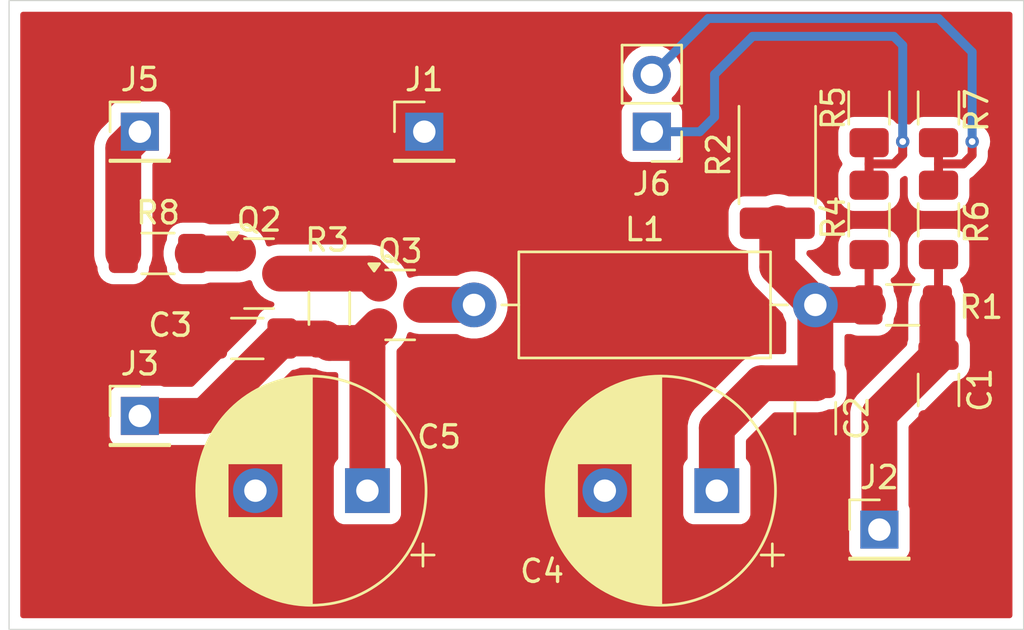
<source format=kicad_pcb>
(kicad_pcb (version 20240108) (generator "pcbnew") (generator_version "8.0")
  (layers (0 "F.Cu" signal) (31 "B.Cu" signal) (34 "B.Paste" user) (35 "F.Paste" user) (36 "B.SilkS" user "B.Silkscreen") (37 "F.SilkS" user "F.Silkscreen") (38 "B.Mask" user) (39 "F.Mask" user) (44 "Edge.Cuts" user))
  (net 0 "")
  (net 1 "Net-(Q2-C)")
  (net 2 "Net-(Q2-B)")
  (net 3 "Net-(C2-Pad1)")
  (net 4 "Net-(Q3-D)")
  (net 5 "Net-(J1-Pin_1)")
  (net 6 "Net-(J2-Pin_1)")
  (net 7 "Net-(J3-Pin_1)")
  (net 8 "Net-(J5-Pin_1)")
  (net 9 "Net-(J6-Pin_2)")
  (net 10 "Net-(J6-Pin_1)")
  (footprint "Resistor_SMD:R_1206_3216Metric_Pad1.30x1.75mm_HandSolder" (layer "F.Cu") (at 149.4 110.7 90)
    (property "Reference" "R5" (at 0 -1.6 90) (layer "F.SilkS"))
    (property "Value" "33k")
    (pad "1" smd roundrect (at -1.55 0 90) (size 1.3 1.75) (layers "F.Cu" "F.Paste" "F.Mask") (roundrect_rratio 0.192308) (net 10 "Net-(J6-Pin_1)"))
    (pad "2" smd roundrect (at 1.55 0 90) (size 1.3 1.75) (layers "F.Cu" "F.Paste" "F.Mask") (roundrect_rratio 0.192308) (net 5 "Net-(J1-Pin_1)"))
  )
  (footprint "Resistor_SMD:R_1206_3216Metric_Pad1.30x1.75mm_HandSolder" (layer "F.Cu") (at 125.3 119.65 90)
    (property "Reference" "R3" (at 3.05 -0.1 180) (layer "F.SilkS"))
    (property "Value" "820")
    (pad "1" smd roundrect (at -1.55 0 90) (size 1.3 1.75) (layers "F.Cu" "F.Paste" "F.Mask") (roundrect_rratio 0.192308) (net 7 "Net-(J3-Pin_1)"))
    (pad "2" smd roundrect (at 1.55 0 90) (size 1.3 1.75) (layers "F.Cu" "F.Paste" "F.Mask") (roundrect_rratio 0.192308) (net 1 "Net-(Q2-C)"))
  )
  (footprint "Package_TO_SOT_SMD:SOT-23" (layer "F.Cu") (at 122.1625 118.1)
    (property "Reference" "Q2" (at 0 -2.4 0) (layer "F.SilkS"))
    (property "Value" "PMBT2222A")
    (pad "1" smd roundrect (at -0.9375 -0.95) (size 1.475 0.6) (layers "F.Cu" "F.Paste" "F.Mask") (net 2 "Net-(Q2-B)"))
    (pad "2" smd roundrect (at -0.9375 0.95) (size 1.475 0.6) (layers "F.Cu" "F.Paste" "F.Mask") (net 5 "Net-(J1-Pin_1)"))
    (pad "3" smd roundrect (at 0.9375 0) (size 1.475 0.6) (layers "F.Cu" "F.Paste" "F.Mask") (net 1 "Net-(Q2-C)"))
  )
  (footprint "Capacitor_SMD:C_1206_3216Metric_Pad1.33x1.80mm_HandSolder" (layer "F.Cu") (at 147 124.5625 -90)
    (property "Reference" "C2" (at 0 -1.85 90) (layer "F.SilkS"))
    (property "Value" "0.1µF")
    (pad "1" smd roundrect (at -1.5625 0 270) (size 1.325 1.8) (layers "F.Cu" "F.Paste" "F.Mask") (roundrect_rratio 0.188679) (net 3 "Net-(C2-Pad1)"))
    (pad "2" smd roundrect (at 1.5625 0 270) (size 1.325 1.8) (layers "F.Cu" "F.Paste" "F.Mask") (roundrect_rratio 0.188679) (net 5 "Net-(J1-Pin_1)"))
  )
  (footprint "Resistor_SMD:R_1206_3216Metric_Pad1.30x1.75mm_HandSolder" (layer "F.Cu") (at 150.9 119.5)
    (property "Reference" "R1" (at 3.5 0.1 0) (layer "F.SilkS"))
    (property "Value" "1")
    (pad "1" smd roundrect (at -1.55 0) (size 1.3 1.75) (layers "F.Cu" "F.Paste" "F.Mask") (roundrect_rratio 0.192308) (net 3 "Net-(C2-Pad1)"))
    (pad "2" smd roundrect (at 1.55 0) (size 1.3 1.75) (layers "F.Cu" "F.Paste" "F.Mask") (roundrect_rratio 0.192308) (net 6 "Net-(J2-Pin_1)"))
  )
  (footprint "Resistor_SMD:R_1206_3216Metric_Pad1.30x1.75mm_HandSolder" (layer "F.Cu") (at 152.5 115.7 90)
    (property "Reference" "R6" (at -0.1 1.7 90) (layer "F.SilkS"))
    (property "Value" "36k")
    (pad "1" smd roundrect (at -1.55 0 90) (size 1.3 1.75) (layers "F.Cu" "F.Paste" "F.Mask") (roundrect_rratio 0.192308) (net 6 "Net-(J2-Pin_1)"))
    (pad "2" smd roundrect (at 1.55 0 90) (size 1.3 1.75) (layers "F.Cu" "F.Paste" "F.Mask") (roundrect_rratio 0.192308) (net 9 "Net-(J6-Pin_2)"))
  )
  (footprint "Connector_PinHeader_2.54mm:PinHeader_1x01_P2.54mm_Vertical" (layer "F.Cu") (at 149.86 129.54)
    (property "Reference" "J2" (at 0 -2.33 0) (layer "F.SilkS"))
    (property "Value" "Conn_01x01_Pin")
    (pad "1" thru_hole rect (at 0 0) (size 1.7 1.7) (drill 1) (layers "*.Cu" "*.Mask") (net 6 "Net-(J2-Pin_1)"))
  )
  (footprint "Connector_PinHeader_2.54mm:PinHeader_1x01_P2.54mm_Vertical" (layer "F.Cu") (at 116.84 124.46)
    (property "Reference" "J3" (at 0 -2.33 0) (layer "F.SilkS"))
    (property "Value" "Conn_01x01_Pin")
    (pad "1" thru_hole rect (at 0 0) (size 1.7 1.7) (drill 1) (layers "*.Cu" "*.Mask") (net 7 "Net-(J3-Pin_1)"))
  )
  (footprint "Capacitor_THT:CP_Radial_D10.0mm_P5.00mm" (layer "F.Cu") (at 142.6 127.8 180)
    (property "Reference" "C4" (at 7.8 -3.6 180) (layer "F.SilkS"))
    (property "Value" "100µF")
    (pad "1" thru_hole rect (at 0 0 180) (size 2 2) (drill 1) (layers "*.Cu" "*.Mask") (net 3 "Net-(C2-Pad1)"))
    (pad "2" thru_hole circle (at 5 0 180) (size 2 2) (drill 1) (layers "*.Cu" "*.Mask") (net 5 "Net-(J1-Pin_1)"))
  )
  (footprint "Resistor_SMD:R_1206_3216Metric_Pad1.30x1.75mm_HandSolder" (layer "F.Cu") (at 149.4 115.7 90)
    (property "Reference" "R4" (at 0.1 -1.6 90) (layer "F.SilkS"))
    (property "Value" "18k")
    (pad "1" smd roundrect (at -1.55 0 90) (size 1.3 1.75) (layers "F.Cu" "F.Paste" "F.Mask") (roundrect_rratio 0.192308) (net 3 "Net-(C2-Pad1)"))
    (pad "2" smd roundrect (at 1.55 0 90) (size 1.3 1.75) (layers "F.Cu" "F.Paste" "F.Mask") (roundrect_rratio 0.192308) (net 10 "Net-(J6-Pin_1)"))
  )
  (footprint "Capacitor_SMD:C_1206_3216Metric_Pad1.33x1.80mm_HandSolder" (layer "F.Cu") (at 121.6375 121)
    (property "Reference" "C3" (at -3.4375 -0.6 0) (layer "F.SilkS"))
    (property "Value" "0.1µF")
    (pad "1" smd roundrect (at -1.5625 0) (size 1.325 1.8) (layers "F.Cu" "F.Paste" "F.Mask") (roundrect_rratio 0.188679) (net 5 "Net-(J1-Pin_1)"))
    (pad "2" smd roundrect (at 1.5625 0) (size 1.325 1.8) (layers "F.Cu" "F.Paste" "F.Mask") (roundrect_rratio 0.188679) (net 7 "Net-(J3-Pin_1)"))
  )
  (footprint "Package_TO_SOT_SMD:SOT-23" (layer "F.Cu") (at 128.4625 119.5)
    (property "Reference" "Q3" (at 0 -2.4 0) (layer "F.SilkS"))
    (property "Value" "CJ2301")
    (pad "1" smd roundrect (at -0.9375 -0.95) (size 1.475 0.6) (layers "F.Cu" "F.Paste" "F.Mask") (net 1 "Net-(Q2-C)"))
    (pad "2" smd roundrect (at -0.9375 0.95) (size 1.475 0.6) (layers "F.Cu" "F.Paste" "F.Mask") (net 7 "Net-(J3-Pin_1)"))
    (pad "3" smd roundrect (at 0.9375 0) (size 1.475 0.6) (layers "F.Cu" "F.Paste" "F.Mask") (net 4 "Net-(Q3-D)"))
  )
  (footprint "Inductor_THT:L_Axial_L11.0mm_D4.5mm_P15.24mm_Horizontal_Fastron_MECC" (layer "F.Cu") (at 131.76 119.5)
    (property "Reference" "L1" (at 7.62 -3.37 0) (layer "F.SilkS"))
    (property "Value" "150µH")
    (pad "1" thru_hole circle (at 0 0) (size 2 2) (drill 1) (layers "*.Cu" "*.Mask") (net 4 "Net-(Q3-D)"))
    (pad "2" thru_hole oval (at 15.24 0) (size 2 2) (drill 1) (layers "*.Cu" "*.Mask") (net 3 "Net-(C2-Pad1)"))
  )
  (footprint "Capacitor_SMD:C_1206_3216Metric_Pad1.33x1.80mm_HandSolder" (layer "F.Cu") (at 152.5 123.3 -90)
    (property "Reference" "C1" (at 0 -1.85 90) (layer "F.SilkS"))
    (property "Value" "0.1µF")
    (pad "1" smd roundrect (at -1.5625 0 270) (size 1.325 1.8) (layers "F.Cu" "F.Paste" "F.Mask") (roundrect_rratio 0.188679) (net 6 "Net-(J2-Pin_1)"))
    (pad "2" smd roundrect (at 1.5625 0 270) (size 1.325 1.8) (layers "F.Cu" "F.Paste" "F.Mask") (roundrect_rratio 0.188679) (net 5 "Net-(J1-Pin_1)"))
  )
  (footprint "Capacitor_THT:CP_Radial_D10.0mm_P5.00mm" (layer "F.Cu") (at 127 127.8 180)
    (property "Reference" "C5" (at -3.2 2.4 180) (layer "F.SilkS"))
    (property "Value" "100µF")
    (pad "1" thru_hole rect (at 0 0 180) (size 2 2) (drill 1) (layers "*.Cu" "*.Mask") (net 7 "Net-(J3-Pin_1)"))
    (pad "2" thru_hole circle (at 5 0 180) (size 2 2) (drill 1) (layers "*.Cu" "*.Mask") (net 5 "Net-(J1-Pin_1)"))
  )
  (footprint "Resistor_SMD:R_1206_3216Metric_Pad1.30x1.75mm_HandSolder" (layer "F.Cu") (at 117.65 117.2)
    (property "Reference" "R8" (at 0 -1.82 0) (layer "F.SilkS"))
    (property "Value" "2k2")
    (pad "1" smd roundrect (at -1.55 0) (size 1.3 1.75) (layers "F.Cu" "F.Paste" "F.Mask") (roundrect_rratio 0.192308) (net 8 "Net-(J5-Pin_1)"))
    (pad "2" smd roundrect (at 1.55 0) (size 1.3 1.75) (layers "F.Cu" "F.Paste" "F.Mask") (roundrect_rratio 0.192308) (net 2 "Net-(Q2-B)"))
  )
  (footprint "Connector_PinHeader_2.54mm:PinHeader_1x02_P2.54mm_Vertical" (layer "F.Cu") (at 139.7 111.76 180)
    (property "Reference" "J6" (at 0 -2.33 0) (layer "F.SilkS"))
    (property "Value" "Conn_01x02_Pin")
    (pad "1" thru_hole rect (at 0 0 180) (size 1.7 1.7) (drill 1) (layers "*.Cu" "*.Mask") (net 10 "Net-(J6-Pin_1)"))
    (pad "2" thru_hole oval (at 0 2.54 180) (size 1.7 1.7) (drill 1) (layers "*.Cu" "*.Mask") (net 9 "Net-(J6-Pin_2)"))
  )
  (footprint "Resistor_SMD:R_1206_3216Metric_Pad1.30x1.75mm_HandSolder" (layer "F.Cu") (at 152.5 110.7 90)
    (property "Reference" "R7" (at -0.1 1.7 90) (layer "F.SilkS"))
    (property "Value" "68k")
    (pad "1" smd roundrect (at -1.55 0 90) (size 1.3 1.75) (layers "F.Cu" "F.Paste" "F.Mask") (roundrect_rratio 0.192308) (net 9 "Net-(J6-Pin_2)"))
    (pad "2" smd roundrect (at 1.55 0 90) (size 1.3 1.75) (layers "F.Cu" "F.Paste" "F.Mask") (roundrect_rratio 0.192308) (net 5 "Net-(J1-Pin_1)"))
  )
  (footprint "Resistor_SMD:R_2512_6332Metric_Pad1.40x3.35mm_HandSolder" (layer "F.Cu") (at 145.3 112.8 90)
    (property "Reference" "R2" (at 0 -2.62 90) (layer "F.SilkS"))
    (property "Value" "100")
    (pad "1" smd roundrect (at -3.05 0 90) (size 1.4 3.35) (layers "F.Cu" "F.Paste" "F.Mask") (roundrect_rratio 0.178571) (net 3 "Net-(C2-Pad1)"))
    (pad "2" smd roundrect (at 3.05 0 90) (size 1.4 3.35) (layers "F.Cu" "F.Paste" "F.Mask") (roundrect_rratio 0.178571) (net 5 "Net-(J1-Pin_1)"))
  )
  (footprint "Connector_PinHeader_2.54mm:PinHeader_1x01_P2.54mm_Vertical" (layer "F.Cu") (at 129.54 111.76)
    (property "Reference" "J1" (at 0 -2.33 0) (layer "F.SilkS"))
    (property "Value" "Conn_01x01_Pin")
    (pad "1" thru_hole rect (at 0 0) (size 1.7 1.7) (drill 1) (layers "*.Cu" "*.Mask") (net 5 "Net-(J1-Pin_1)"))
  )
  (footprint "Connector_PinHeader_2.54mm:PinHeader_1x01_P2.54mm_Vertical" (layer "F.Cu") (at 116.84 111.76)
    (property "Reference" "J5" (at 0 -2.33 0) (layer "F.SilkS"))
    (property "Value" "Conn_01x01_Pin")
    (pad "1" thru_hole rect (at 0 0) (size 1.7 1.7) (drill 1) (layers "*.Cu" "*.Mask") (net 8 "Net-(J5-Pin_1)"))
  )
  (gr_rect (start 111 105.9) (end 156.3 134) (stroke (width 0.05)) (fill none) (layer "Edge.Cuts"))
  (segment (start 123.1 118.1) (end 127.075 118.1) (width 1.6) (layer "F.Cu") (net 1))
  (segment (start 127.075 118.1) (end 127.525 118.55) (width 1.6) (layer "F.Cu") (net 1))
  (segment (start 119.2 117.2) (end 121.175 117.2) (width 1.6) (layer "F.Cu") (net 2))
  (segment (start 121.175 117.2) (end 121.225 117.15) (width 1.6) (layer "F.Cu") (net 2))
  (segment (start 147 123) (end 144.6 123) (width 1.6) (layer "F.Cu") (net 3))
  (segment (start 144.6 123) (end 142.6 125) (width 1.6) (layer "F.Cu") (net 3))
  (segment (start 147 119.5) (end 147 123) (width 1.6) (layer "F.Cu") (net 3))
  (segment (start 142.6 125) (end 142.6 127.8) (width 1.6) (layer "F.Cu") (net 3))
  (segment (start 145.3 117.8) (end 145.3 115.85) (width 1.6) (layer "F.Cu") (net 3))
  (segment (start 147 119.5) (end 145.3 117.8) (width 1.6) (layer "F.Cu") (net 3))
  (segment (start 149.4 119.45) (end 149.35 119.5) (width 0.4) (layer "F.Cu") (net 3))
  (segment (start 147 119.5) (end 149.35 119.5) (width 1.6) (layer "F.Cu") (net 3))
  (segment (start 149.4 117.25) (end 149.4 119.45) (width 0.4) (layer "F.Cu") (net 3))
  (segment (start 129.4 119.5) (end 131.76 119.5) (width 1.6) (layer "F.Cu") (net 4))
  (segment (start 152.5 121.7375) (end 149.86 124.3775) (width 1.6) (layer "F.Cu") (net 6))
  (segment (start 152.45 121.6875) (end 152.5 121.7375) (width 1.6) (layer "F.Cu") (net 6))
  (segment (start 152.5 117.25) (end 152.5 119.45) (width 0.4) (layer "F.Cu") (net 6))
  (segment (start 152.45 119.5) (end 152.45 121.6875) (width 1.6) (layer "F.Cu") (net 6))
  (segment (start 149.86 124.3775) (end 149.86 129.54) (width 1.6) (layer "F.Cu") (net 6))
  (segment (start 152.5 119.45) (end 152.45 119.5) (width 0.4) (layer "F.Cu") (net 6))
  (segment (start 127 127.8) (end 127 121.425) (width 1.6) (layer "F.Cu") (net 7))
  (segment (start 125.3 121.2) (end 126.775 121.2) (width 1.6) (layer "F.Cu") (net 7))
  (segment (start 123.2 121) (end 125.1 121) (width 1.6) (layer "F.Cu") (net 7))
  (segment (start 126.775 121.2) (end 127.525 120.45) (width 1.6) (layer "F.Cu") (net 7))
  (segment (start 119.74 124.46) (end 116.84 124.46) (width 1.6) (layer "F.Cu") (net 7))
  (segment (start 125.1 121) (end 125.3 121.2) (width 1.6) (layer "F.Cu") (net 7))
  (segment (start 123.2 121) (end 119.74 124.46) (width 1.6) (layer "F.Cu") (net 7))
  (segment (start 127 121.425) (end 126.775 121.2) (width 1.6) (layer "F.Cu") (net 7))
  (segment (start 116.1 112.5) (end 116.84 111.76) (width 1.6) (layer "F.Cu") (net 8))
  (segment (start 116.1 117.2) (end 116.1 112.5) (width 1.6) (layer "F.Cu") (net 8))
  (segment (start 152.5 113.2) (end 152.5 112.25) (width 0.4) (layer "F.Cu") (net 9))
  (segment (start 152.5 113.2) (end 153.6 113.2) (width 0.4) (layer "F.Cu") (net 9))
  (segment (start 153.6 113.2) (end 154 112.8) (width 0.4) (layer "F.Cu") (net 9))
  (segment (start 152.5 114.15) (end 152.5 113.2) (width 0.4) (layer "F.Cu") (net 9))
  (segment (start 154 112.8) (end 154 112.2) (width 0.4) (layer "F.Cu") (net 9))
  (via (at 154 112.2) (size 0.6) (drill 0.3) (layers "F.Cu" "B.Cu") (net 9))
  (segment (start 152.5 106.7) (end 142.22 106.7) (width 0.4) (layer "B.Cu") (net 9))
  (segment (start 154 112.2) (end 154 108.2) (width 0.4) (layer "B.Cu") (net 9))
  (segment (start 142.22 106.7) (end 139.7 109.22) (width 0.4) (layer "B.Cu") (net 9))
  (segment (start 154 108.2) (end 152.5 106.7) (width 0.4) (layer "B.Cu") (net 9))
  (segment (start 150.5 113.2) (end 150.9 112.8) (width 0.4) (layer "F.Cu") (net 10))
  (segment (start 149.4 113.2) (end 150.5 113.2) (width 0.4) (layer "F.Cu") (net 10))
  (segment (start 149.4 113.2) (end 149.4 114.15) (width 0.4) (layer "F.Cu") (net 10))
  (segment (start 150.9 112.2) (end 150.9 112.8) (width 0.4) (layer "F.Cu") (net 10))
  (segment (start 149.4 112.25) (end 149.4 113.2) (width 0.4) (layer "F.Cu") (net 10))
  (via (at 150.9 112.2) (size 0.6) (drill 0.3) (layers "F.Cu" "B.Cu") (net 10))
  (segment (start 150.9 112.2) (end 150.9 107.9) (width 0.4) (layer "B.Cu") (net 10))
  (segment (start 142.5 111.1) (end 141.84 111.76) (width 0.4) (layer "B.Cu") (net 10))
  (segment (start 150.5 107.5) (end 144.2 107.5) (width 0.4) (layer "B.Cu") (net 10))
  (segment (start 142.5 109.2) (end 142.5 111.1) (width 0.4) (layer "B.Cu") (net 10))
  (segment (start 141.84 111.76) (end 139.7 111.76) (width 0.4) (layer "B.Cu") (net 10))
  (segment (start 150.9 107.9) (end 150.5 107.5) (width 0.4) (layer "B.Cu") (net 10))
  (segment (start 144.2 107.5) (end 142.5 109.2) (width 0.4) (layer "B.Cu") (net 10))
  (zone (net 5) (net_name "Net-(J1-Pin_1)") (layer "F.Cu") (connect_pads yes (clearance 0.5)) (min_thickness 0.25) (fill yes (thermal_gap 0.5) (thermal_bridge_width 0.5))
    (polygon (pts (xy 111 105.9) (xy 156.3 105.9) (xy 156.3 134) (xy 111 134)))
  )
)
</source>
